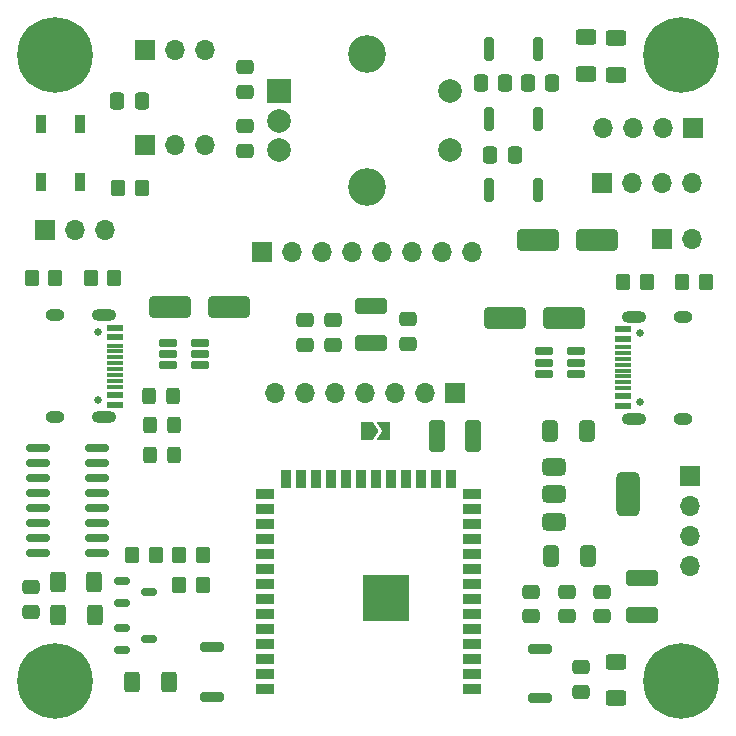
<source format=gbr>
%TF.GenerationSoftware,KiCad,Pcbnew,9.0.6*%
%TF.CreationDate,2025-12-12T18:11:39+01:00*%
%TF.ProjectId,PCB,5043422e-6b69-4636-9164-5f7063625858,rev?*%
%TF.SameCoordinates,Original*%
%TF.FileFunction,Soldermask,Top*%
%TF.FilePolarity,Negative*%
%FSLAX46Y46*%
G04 Gerber Fmt 4.6, Leading zero omitted, Abs format (unit mm)*
G04 Created by KiCad (PCBNEW 9.0.6) date 2025-12-12 18:11:39*
%MOMM*%
%LPD*%
G01*
G04 APERTURE LIST*
G04 Aperture macros list*
%AMRoundRect*
0 Rectangle with rounded corners*
0 $1 Rounding radius*
0 $2 $3 $4 $5 $6 $7 $8 $9 X,Y pos of 4 corners*
0 Add a 4 corners polygon primitive as box body*
4,1,4,$2,$3,$4,$5,$6,$7,$8,$9,$2,$3,0*
0 Add four circle primitives for the rounded corners*
1,1,$1+$1,$2,$3*
1,1,$1+$1,$4,$5*
1,1,$1+$1,$6,$7*
1,1,$1+$1,$8,$9*
0 Add four rect primitives between the rounded corners*
20,1,$1+$1,$2,$3,$4,$5,0*
20,1,$1+$1,$4,$5,$6,$7,0*
20,1,$1+$1,$6,$7,$8,$9,0*
20,1,$1+$1,$8,$9,$2,$3,0*%
%AMFreePoly0*
4,1,6,1.000000,0.000000,0.500000,-0.750000,-0.500000,-0.750000,-0.500000,0.750000,0.500000,0.750000,1.000000,0.000000,1.000000,0.000000,$1*%
%AMFreePoly1*
4,1,6,0.500000,-0.750000,-0.650000,-0.750000,-0.150000,0.000000,-0.650000,0.750000,0.500000,0.750000,0.500000,-0.750000,0.500000,-0.750000,$1*%
G04 Aperture macros list end*
%ADD10RoundRect,0.250000X0.400000X0.625000X-0.400000X0.625000X-0.400000X-0.625000X0.400000X-0.625000X0*%
%ADD11R,1.700000X1.700000*%
%ADD12O,1.700000X1.700000*%
%ADD13RoundRect,0.250000X-0.412500X-0.650000X0.412500X-0.650000X0.412500X0.650000X-0.412500X0.650000X0*%
%ADD14RoundRect,0.162500X0.617500X0.162500X-0.617500X0.162500X-0.617500X-0.162500X0.617500X-0.162500X0*%
%ADD15RoundRect,0.090000X-0.360000X0.660000X-0.360000X-0.660000X0.360000X-0.660000X0.360000X0.660000X0*%
%ADD16RoundRect,0.200000X0.800000X-0.200000X0.800000X0.200000X-0.800000X0.200000X-0.800000X-0.200000X0*%
%ADD17C,6.400000*%
%ADD18RoundRect,0.150000X-0.512500X-0.150000X0.512500X-0.150000X0.512500X0.150000X-0.512500X0.150000X0*%
%ADD19RoundRect,0.250000X-1.500000X-0.650000X1.500000X-0.650000X1.500000X0.650000X-1.500000X0.650000X0*%
%ADD20RoundRect,0.250000X-0.475000X0.337500X-0.475000X-0.337500X0.475000X-0.337500X0.475000X0.337500X0*%
%ADD21RoundRect,0.200000X-0.200000X-0.800000X0.200000X-0.800000X0.200000X0.800000X-0.200000X0.800000X0*%
%ADD22RoundRect,0.375000X-0.625000X-0.375000X0.625000X-0.375000X0.625000X0.375000X-0.625000X0.375000X0*%
%ADD23RoundRect,0.500000X-0.500000X-1.400000X0.500000X-1.400000X0.500000X1.400000X-0.500000X1.400000X0*%
%ADD24RoundRect,0.250000X-0.350000X-0.450000X0.350000X-0.450000X0.350000X0.450000X-0.350000X0.450000X0*%
%ADD25RoundRect,0.250000X-1.100000X0.412500X-1.100000X-0.412500X1.100000X-0.412500X1.100000X0.412500X0*%
%ADD26RoundRect,0.250000X0.325000X0.450000X-0.325000X0.450000X-0.325000X-0.450000X0.325000X-0.450000X0*%
%ADD27RoundRect,0.250000X-0.337500X-0.475000X0.337500X-0.475000X0.337500X0.475000X-0.337500X0.475000X0*%
%ADD28RoundRect,0.250000X-0.625000X0.400000X-0.625000X-0.400000X0.625000X-0.400000X0.625000X0.400000X0*%
%ADD29C,0.650000*%
%ADD30R,1.450000X0.600000*%
%ADD31R,1.450000X0.300000*%
%ADD32O,2.100000X1.000000*%
%ADD33O,1.600000X1.000000*%
%ADD34RoundRect,0.250000X0.475000X-0.337500X0.475000X0.337500X-0.475000X0.337500X-0.475000X-0.337500X0*%
%ADD35RoundRect,0.150000X0.825000X0.150000X-0.825000X0.150000X-0.825000X-0.150000X0.825000X-0.150000X0*%
%ADD36R,2.000000X2.000000*%
%ADD37C,2.000000*%
%ADD38C,3.200000*%
%ADD39RoundRect,0.162500X-0.617500X-0.162500X0.617500X-0.162500X0.617500X0.162500X-0.617500X0.162500X0*%
%ADD40RoundRect,0.250000X0.350000X0.450000X-0.350000X0.450000X-0.350000X-0.450000X0.350000X-0.450000X0*%
%ADD41RoundRect,0.250000X0.412500X0.650000X-0.412500X0.650000X-0.412500X-0.650000X0.412500X-0.650000X0*%
%ADD42RoundRect,0.250000X0.412500X1.100000X-0.412500X1.100000X-0.412500X-1.100000X0.412500X-1.100000X0*%
%ADD43RoundRect,0.250000X1.100000X-0.412500X1.100000X0.412500X-1.100000X0.412500X-1.100000X-0.412500X0*%
%ADD44RoundRect,0.250000X1.500000X0.650000X-1.500000X0.650000X-1.500000X-0.650000X1.500000X-0.650000X0*%
%ADD45RoundRect,0.250000X0.337500X0.475000X-0.337500X0.475000X-0.337500X-0.475000X0.337500X-0.475000X0*%
%ADD46R,1.500000X0.900000*%
%ADD47R,0.900000X1.500000*%
%ADD48C,0.600000*%
%ADD49R,3.900000X3.900000*%
%ADD50FreePoly0,0.000000*%
%ADD51FreePoly1,0.000000*%
G04 APERTURE END LIST*
D10*
%TO.C,R14*%
X142850000Y-129550000D03*
X139750000Y-129550000D03*
%TD*%
D11*
%TO.C,UART1*%
X193200000Y-117800000D03*
D12*
X193200000Y-120340000D03*
X193200000Y-122880000D03*
X193200000Y-125420000D03*
%TD*%
D10*
%TO.C,R13*%
X142800000Y-126800000D03*
X139700000Y-126800000D03*
%TD*%
D13*
%TO.C,C5*%
X181475000Y-124600000D03*
X184600000Y-124600000D03*
%TD*%
D14*
%TO.C,U2*%
X183600000Y-109150000D03*
X183600000Y-108200000D03*
X183600000Y-107250000D03*
X180900000Y-107250000D03*
X180900000Y-108200000D03*
X180900000Y-109150000D03*
%TD*%
D15*
%TO.C,D6*%
X141600000Y-88000000D03*
X138300000Y-88000000D03*
X138300000Y-92900000D03*
X141600000Y-92900000D03*
%TD*%
D16*
%TO.C,SW1*%
X152750000Y-136500000D03*
X152750000Y-132300000D03*
%TD*%
D17*
%TO.C,H2*%
X139500000Y-82120000D03*
%TD*%
D18*
%TO.C,Q1*%
X145125000Y-130650000D03*
X145125000Y-132550000D03*
X147400000Y-131600000D03*
%TD*%
D19*
%TO.C,D4*%
X177600000Y-104400000D03*
X182600000Y-104400000D03*
%TD*%
D20*
%TO.C,C1*%
X137400000Y-127200000D03*
X137400000Y-129275000D03*
%TD*%
D21*
%TO.C,SW5*%
X176200000Y-93600000D03*
X180400000Y-93600000D03*
%TD*%
D17*
%TO.C,H1*%
X192500000Y-82120000D03*
%TD*%
D22*
%TO.C,U4*%
X181700000Y-117050000D03*
X181700000Y-119350000D03*
D23*
X188000000Y-119350000D03*
D22*
X181700000Y-121650000D03*
%TD*%
D24*
%TO.C,R12*%
X142500000Y-101000000D03*
X144500000Y-101000000D03*
%TD*%
D16*
%TO.C,SW2*%
X180500000Y-136600000D03*
X180500000Y-132400000D03*
%TD*%
D20*
%TO.C,C2*%
X184000000Y-134000000D03*
X184000000Y-136075000D03*
%TD*%
D11*
%TO.C,J2*%
X138600000Y-97000000D03*
D12*
X141140000Y-97000000D03*
X143680000Y-97000000D03*
%TD*%
D11*
%TO.C,J4*%
X157000000Y-98800000D03*
D12*
X159540000Y-98800000D03*
X162080000Y-98800000D03*
X164620000Y-98800000D03*
X167160000Y-98800000D03*
X169700000Y-98800000D03*
X172240000Y-98800000D03*
X174780000Y-98800000D03*
%TD*%
D25*
%TO.C,C9*%
X189200000Y-126400000D03*
X189200000Y-129525000D03*
%TD*%
D26*
%TO.C,D2*%
X149500000Y-111000000D03*
X147450000Y-111000000D03*
%TD*%
D20*
%TO.C,C19*%
X179800000Y-127600000D03*
X179800000Y-129675000D03*
%TD*%
D27*
%TO.C,C16*%
X176325000Y-90600000D03*
X178400000Y-90600000D03*
%TD*%
D28*
%TO.C,R6*%
X187000000Y-80700000D03*
X187000000Y-83800000D03*
%TD*%
D19*
%TO.C,D5*%
X180400000Y-97800000D03*
X185400000Y-97800000D03*
%TD*%
D29*
%TO.C,J3*%
X143100000Y-105610000D03*
X143100000Y-111390000D03*
D30*
X144545000Y-105250000D03*
X144545000Y-106050000D03*
D31*
X144545000Y-107250000D03*
X144545000Y-108250000D03*
X144545000Y-108750000D03*
X144545000Y-109750000D03*
D30*
X144545000Y-110950000D03*
X144545000Y-111750000D03*
X144545000Y-111750000D03*
X144545000Y-110950000D03*
D31*
X144545000Y-110250000D03*
X144545000Y-109250000D03*
X144545000Y-107750000D03*
X144545000Y-106750000D03*
D30*
X144545000Y-106050000D03*
X144545000Y-105250000D03*
D32*
X143630000Y-104180000D03*
D33*
X139450000Y-104180000D03*
D32*
X143630000Y-112820000D03*
D33*
X139450000Y-112820000D03*
%TD*%
D34*
%TO.C,C4*%
X155600000Y-85275000D03*
X155600000Y-83200000D03*
%TD*%
D35*
%TO.C,U1*%
X143000000Y-124340000D03*
X143000000Y-123070000D03*
X143000000Y-121800000D03*
X143000000Y-120530000D03*
X143000000Y-119260000D03*
X143000000Y-117990000D03*
X143000000Y-116720000D03*
X143000000Y-115450000D03*
X138050000Y-115450000D03*
X138050000Y-116720000D03*
X138050000Y-117990000D03*
X138050000Y-119260000D03*
X138050000Y-120530000D03*
X138050000Y-121800000D03*
X138050000Y-123070000D03*
X138050000Y-124340000D03*
%TD*%
D36*
%TO.C,SW6*%
X158400000Y-85200000D03*
D37*
X158400000Y-90200000D03*
X158400000Y-87700000D03*
D38*
X165900000Y-82100000D03*
X165900000Y-93300000D03*
D37*
X172900000Y-90200000D03*
X172900000Y-85200000D03*
%TD*%
D21*
%TO.C,SW4*%
X176200000Y-87600000D03*
X180400000Y-87600000D03*
%TD*%
D34*
%TO.C,C6*%
X169400000Y-106600000D03*
X169400000Y-104525000D03*
%TD*%
D39*
%TO.C,U3*%
X149050000Y-106500000D03*
X149050000Y-107450000D03*
X149050000Y-108400000D03*
X151750000Y-108400000D03*
X151750000Y-107450000D03*
X151750000Y-106500000D03*
%TD*%
D40*
%TO.C,R4*%
X152000000Y-127000000D03*
X150000000Y-127000000D03*
%TD*%
D41*
%TO.C,C7*%
X184525000Y-114000000D03*
X181400000Y-114000000D03*
%TD*%
D42*
%TO.C,C17*%
X174900000Y-114400000D03*
X171775000Y-114400000D03*
%TD*%
D24*
%TO.C,R9*%
X150000000Y-124500000D03*
X152000000Y-124500000D03*
%TD*%
D18*
%TO.C,Q2*%
X145125000Y-126650000D03*
X145125000Y-128550000D03*
X147400000Y-127600000D03*
%TD*%
D27*
%TO.C,C12*%
X144725000Y-86000000D03*
X146800000Y-86000000D03*
%TD*%
D43*
%TO.C,C18*%
X166200000Y-106525000D03*
X166200000Y-103400000D03*
%TD*%
D44*
%TO.C,D3*%
X154200000Y-103500000D03*
X149200000Y-103500000D03*
%TD*%
D26*
%TO.C,D1*%
X149550000Y-116000000D03*
X147500000Y-116000000D03*
%TD*%
D17*
%TO.C,H3*%
X192500000Y-135120000D03*
%TD*%
D24*
%TO.C,R2*%
X192555000Y-101360000D03*
X194555000Y-101360000D03*
%TD*%
%TO.C,R3*%
X187555000Y-101360000D03*
X189555000Y-101360000D03*
%TD*%
D40*
%TO.C,R8*%
X148000000Y-124500000D03*
X146000000Y-124500000D03*
%TD*%
D28*
%TO.C,R10*%
X187000000Y-133500000D03*
X187000000Y-136600000D03*
%TD*%
D11*
%TO.C,J10*%
X147075000Y-81700000D03*
D12*
X149615000Y-81700000D03*
X152155000Y-81700000D03*
%TD*%
D24*
%TO.C,R11*%
X137500000Y-101000000D03*
X139500000Y-101000000D03*
%TD*%
D29*
%TO.C,J1*%
X189000000Y-111500000D03*
X189000000Y-105720000D03*
D30*
X187555000Y-111860000D03*
X187555000Y-111060000D03*
D31*
X187555000Y-109860000D03*
X187555000Y-108860000D03*
X187555000Y-108360000D03*
X187555000Y-107360000D03*
D30*
X187555000Y-106160000D03*
X187555000Y-105360000D03*
X187555000Y-105360000D03*
X187555000Y-106160000D03*
D31*
X187555000Y-106860000D03*
X187555000Y-107860000D03*
X187555000Y-109360000D03*
X187555000Y-110360000D03*
D30*
X187555000Y-111060000D03*
X187555000Y-111860000D03*
D32*
X188470000Y-112930000D03*
D33*
X192650000Y-112930000D03*
D32*
X188470000Y-104290000D03*
D33*
X192650000Y-104290000D03*
%TD*%
D11*
%TO.C,J7*%
X173360000Y-110800000D03*
D12*
X170820000Y-110800000D03*
X168280000Y-110800000D03*
X165740000Y-110800000D03*
X163200000Y-110800000D03*
X160660000Y-110800000D03*
X158120000Y-110800000D03*
%TD*%
D11*
%TO.C,I2C1*%
X185820000Y-93000000D03*
D12*
X188360000Y-93000000D03*
X190900000Y-93000000D03*
X193440000Y-93000000D03*
%TD*%
D20*
%TO.C,C11*%
X182800000Y-127600000D03*
X182800000Y-129675000D03*
%TD*%
D40*
%TO.C,R7*%
X146800000Y-93400000D03*
X144800000Y-93400000D03*
%TD*%
D27*
%TO.C,C14*%
X179500000Y-84500000D03*
X181575000Y-84500000D03*
%TD*%
D26*
%TO.C,D7*%
X149550000Y-113500000D03*
X147500000Y-113500000D03*
%TD*%
D11*
%TO.C,J9*%
X147075000Y-89800000D03*
D12*
X149615000Y-89800000D03*
X152155000Y-89800000D03*
%TD*%
D11*
%TO.C,J5*%
X190900000Y-97700000D03*
D12*
X193440000Y-97700000D03*
%TD*%
D11*
%TO.C,J6*%
X193480000Y-88300000D03*
D12*
X190940000Y-88300000D03*
X188400000Y-88300000D03*
X185860000Y-88300000D03*
%TD*%
D28*
%TO.C,R5*%
X184400000Y-80650000D03*
X184400000Y-83750000D03*
%TD*%
D34*
%TO.C,C8*%
X163000000Y-106675000D03*
X163000000Y-104600000D03*
%TD*%
%TO.C,C13*%
X155600000Y-90275000D03*
X155600000Y-88200000D03*
%TD*%
D45*
%TO.C,C15*%
X177575000Y-84500000D03*
X175500000Y-84500000D03*
%TD*%
D34*
%TO.C,C3*%
X160600000Y-106675000D03*
X160600000Y-104600000D03*
%TD*%
D10*
%TO.C,R1*%
X149100000Y-135200000D03*
X146000000Y-135200000D03*
%TD*%
D46*
%TO.C,U6*%
X174745606Y-135820000D03*
X174745606Y-134550000D03*
X174745606Y-133280000D03*
X174745606Y-132010000D03*
X174745606Y-130740000D03*
X174745606Y-129470000D03*
X174745606Y-128200000D03*
X174745606Y-126930000D03*
X174745606Y-125660000D03*
X174745606Y-124390000D03*
X174745606Y-123120000D03*
X174745606Y-121850000D03*
X174745606Y-120580000D03*
X174745606Y-119310000D03*
D47*
X172980606Y-118060000D03*
X171710606Y-118060000D03*
X170440606Y-118060000D03*
X169170606Y-118060000D03*
X167900606Y-118060000D03*
X166630606Y-118060000D03*
X165360606Y-118060000D03*
X164090606Y-118060000D03*
X162820606Y-118060000D03*
X161550606Y-118060000D03*
X160280606Y-118060000D03*
X159010606Y-118060000D03*
D46*
X157245606Y-119310000D03*
X157245606Y-120580000D03*
X157245606Y-121850000D03*
X157245606Y-123120000D03*
X157245606Y-124390000D03*
X157245606Y-125660000D03*
X157245606Y-126930000D03*
X157245606Y-128200000D03*
X157245606Y-129470000D03*
X157245606Y-130740000D03*
X157245606Y-132010000D03*
X157245606Y-133280000D03*
X157245606Y-134550000D03*
X157245606Y-135820000D03*
D48*
X168895606Y-128800000D03*
X168895606Y-127400000D03*
X168195606Y-129500000D03*
X168195606Y-128100000D03*
X168195606Y-126700000D03*
X167495606Y-128800000D03*
D49*
X167495606Y-128100000D03*
D48*
X167495606Y-127400000D03*
X166795606Y-129500000D03*
X166795606Y-128100000D03*
X166795606Y-126700000D03*
X166095606Y-128800000D03*
X166095606Y-127400000D03*
%TD*%
D21*
%TO.C,SW3*%
X176200000Y-81600000D03*
X180400000Y-81600000D03*
%TD*%
D50*
%TO.C,JP1*%
X165850000Y-114000000D03*
D51*
X167300000Y-114000000D03*
%TD*%
D20*
%TO.C,C10*%
X185800000Y-127600000D03*
X185800000Y-129675000D03*
%TD*%
D17*
%TO.C,H4*%
X139500000Y-135120000D03*
%TD*%
M02*

</source>
